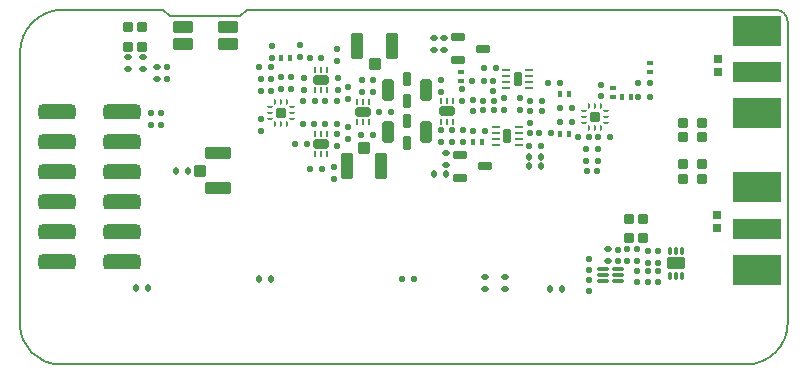
<source format=gtp>
G04*
G04 #@! TF.GenerationSoftware,Altium Limited,CircuitStudio,1.5.2 (30)*
G04*
G04 Layer_Color=16711884*
%FSLAX25Y25*%
%MOIN*%
G70*
G01*
G75*
G04:AMPARAMS|DCode=16|XSize=49.02mil|YSize=24.02mil|CornerRadius=3.6mil|HoleSize=0mil|Usage=FLASHONLY|Rotation=90.000|XOffset=0mil|YOffset=0mil|HoleType=Round|Shape=RoundedRectangle|*
%AMROUNDEDRECTD16*
21,1,0.04902,0.01681,0,0,90.0*
21,1,0.04181,0.02402,0,0,90.0*
1,1,0.00721,0.00841,0.02091*
1,1,0.00721,0.00841,-0.02091*
1,1,0.00721,-0.00841,-0.02091*
1,1,0.00721,-0.00841,0.02091*
%
%ADD16ROUNDEDRECTD16*%
G04:AMPARAMS|DCode=17|XSize=70.87mil|YSize=40.95mil|CornerRadius=6.14mil|HoleSize=0mil|Usage=FLASHONLY|Rotation=90.000|XOffset=0mil|YOffset=0mil|HoleType=Round|Shape=RoundedRectangle|*
%AMROUNDEDRECTD17*
21,1,0.07087,0.02866,0,0,90.0*
21,1,0.05858,0.04095,0,0,90.0*
1,1,0.01228,0.01433,0.02929*
1,1,0.01228,0.01433,-0.02929*
1,1,0.01228,-0.01433,-0.02929*
1,1,0.01228,-0.01433,0.02929*
%
%ADD17ROUNDEDRECTD17*%
G04:AMPARAMS|DCode=19|XSize=64.96mil|YSize=41.34mil|CornerRadius=4.13mil|HoleSize=0mil|Usage=FLASHONLY|Rotation=180.000|XOffset=0mil|YOffset=0mil|HoleType=Round|Shape=RoundedRectangle|*
%AMROUNDEDRECTD19*
21,1,0.06496,0.03307,0,0,180.0*
21,1,0.05669,0.04134,0,0,180.0*
1,1,0.00827,-0.02835,0.01654*
1,1,0.00827,0.02835,0.01654*
1,1,0.00827,0.02835,-0.01654*
1,1,0.00827,-0.02835,-0.01654*
%
%ADD19ROUNDEDRECTD19*%
G04:AMPARAMS|DCode=20|XSize=31.89mil|YSize=36.61mil|CornerRadius=4.78mil|HoleSize=0mil|Usage=FLASHONLY|Rotation=270.000|XOffset=0mil|YOffset=0mil|HoleType=Round|Shape=RoundedRectangle|*
%AMROUNDEDRECTD20*
21,1,0.03189,0.02705,0,0,270.0*
21,1,0.02232,0.03661,0,0,270.0*
1,1,0.00957,-0.01352,-0.01116*
1,1,0.00957,-0.01352,0.01116*
1,1,0.00957,0.01352,0.01116*
1,1,0.00957,0.01352,-0.01116*
%
%ADD20ROUNDEDRECTD20*%
G04:AMPARAMS|DCode=21|XSize=31.89mil|YSize=36.61mil|CornerRadius=4.78mil|HoleSize=0mil|Usage=FLASHONLY|Rotation=180.000|XOffset=0mil|YOffset=0mil|HoleType=Round|Shape=RoundedRectangle|*
%AMROUNDEDRECTD21*
21,1,0.03189,0.02705,0,0,180.0*
21,1,0.02232,0.03661,0,0,180.0*
1,1,0.00957,-0.01116,0.01352*
1,1,0.00957,0.01116,0.01352*
1,1,0.00957,0.01116,-0.01352*
1,1,0.00957,-0.01116,-0.01352*
%
%ADD21ROUNDEDRECTD21*%
G04:AMPARAMS|DCode=22|XSize=27.56mil|YSize=27.56mil|CornerRadius=2.76mil|HoleSize=0mil|Usage=FLASHONLY|Rotation=270.000|XOffset=0mil|YOffset=0mil|HoleType=Round|Shape=RoundedRectangle|*
%AMROUNDEDRECTD22*
21,1,0.02756,0.02205,0,0,270.0*
21,1,0.02205,0.02756,0,0,270.0*
1,1,0.00551,-0.01102,-0.01102*
1,1,0.00551,-0.01102,0.01102*
1,1,0.00551,0.01102,0.01102*
1,1,0.00551,0.01102,-0.01102*
%
%ADD22ROUNDEDRECTD22*%
G04:AMPARAMS|DCode=23|XSize=14.17mil|YSize=23mil|CornerRadius=0.71mil|HoleSize=0mil|Usage=FLASHONLY|Rotation=180.000|XOffset=0mil|YOffset=0mil|HoleType=Round|Shape=RoundedRectangle|*
%AMROUNDEDRECTD23*
21,1,0.01417,0.02158,0,0,180.0*
21,1,0.01276,0.02300,0,0,180.0*
1,1,0.00142,-0.00638,0.01079*
1,1,0.00142,0.00638,0.01079*
1,1,0.00142,0.00638,-0.01079*
1,1,0.00142,-0.00638,-0.01079*
%
%ADD23ROUNDEDRECTD23*%
G04:AMPARAMS|DCode=24|XSize=14.17mil|YSize=23mil|CornerRadius=0.71mil|HoleSize=0mil|Usage=FLASHONLY|Rotation=90.000|XOffset=0mil|YOffset=0mil|HoleType=Round|Shape=RoundedRectangle|*
%AMROUNDEDRECTD24*
21,1,0.01417,0.02158,0,0,90.0*
21,1,0.01276,0.02300,0,0,90.0*
1,1,0.00142,0.01079,0.00638*
1,1,0.00142,0.01079,-0.00638*
1,1,0.00142,-0.01079,-0.00638*
1,1,0.00142,-0.01079,0.00638*
%
%ADD24ROUNDEDRECTD24*%
G04:AMPARAMS|DCode=25|XSize=23.62mil|YSize=17.72mil|CornerRadius=4.43mil|HoleSize=0mil|Usage=FLASHONLY|Rotation=90.000|XOffset=0mil|YOffset=0mil|HoleType=Round|Shape=RoundedRectangle|*
%AMROUNDEDRECTD25*
21,1,0.02362,0.00886,0,0,90.0*
21,1,0.01476,0.01772,0,0,90.0*
1,1,0.00886,0.00443,0.00738*
1,1,0.00886,0.00443,-0.00738*
1,1,0.00886,-0.00443,-0.00738*
1,1,0.00886,-0.00443,0.00738*
%
%ADD25ROUNDEDRECTD25*%
G04:AMPARAMS|DCode=26|XSize=23.62mil|YSize=17.72mil|CornerRadius=4.43mil|HoleSize=0mil|Usage=FLASHONLY|Rotation=0.000|XOffset=0mil|YOffset=0mil|HoleType=Round|Shape=RoundedRectangle|*
%AMROUNDEDRECTD26*
21,1,0.02362,0.00886,0,0,0.0*
21,1,0.01476,0.01772,0,0,0.0*
1,1,0.00886,0.00738,-0.00443*
1,1,0.00886,-0.00738,-0.00443*
1,1,0.00886,-0.00738,0.00443*
1,1,0.00886,0.00738,0.00443*
%
%ADD26ROUNDEDRECTD26*%
G04:AMPARAMS|DCode=27|XSize=47.24mil|YSize=23.62mil|CornerRadius=3.54mil|HoleSize=0mil|Usage=FLASHONLY|Rotation=90.000|XOffset=0mil|YOffset=0mil|HoleType=Round|Shape=RoundedRectangle|*
%AMROUNDEDRECTD27*
21,1,0.04724,0.01654,0,0,90.0*
21,1,0.04016,0.02362,0,0,90.0*
1,1,0.00709,0.00827,0.02008*
1,1,0.00709,0.00827,-0.02008*
1,1,0.00709,-0.00827,-0.02008*
1,1,0.00709,-0.00827,0.02008*
%
%ADD27ROUNDEDRECTD27*%
G04:AMPARAMS|DCode=28|XSize=9.84mil|YSize=29.53mil|CornerRadius=1.48mil|HoleSize=0mil|Usage=FLASHONLY|Rotation=90.000|XOffset=0mil|YOffset=0mil|HoleType=Round|Shape=RoundedRectangle|*
%AMROUNDEDRECTD28*
21,1,0.00984,0.02658,0,0,90.0*
21,1,0.00689,0.02953,0,0,90.0*
1,1,0.00295,0.01329,0.00345*
1,1,0.00295,0.01329,-0.00345*
1,1,0.00295,-0.01329,-0.00345*
1,1,0.00295,-0.01329,0.00345*
%
%ADD28ROUNDEDRECTD28*%
%ADD29R,0.16496X0.10492*%
%ADD30R,0.16496X0.07008*%
G04:AMPARAMS|DCode=31|XSize=48.43mil|YSize=23.62mil|CornerRadius=2.95mil|HoleSize=0mil|Usage=FLASHONLY|Rotation=0.000|XOffset=0mil|YOffset=0mil|HoleType=Round|Shape=RoundedRectangle|*
%AMROUNDEDRECTD31*
21,1,0.04843,0.01772,0,0,0.0*
21,1,0.04252,0.02362,0,0,0.0*
1,1,0.00591,0.02126,-0.00886*
1,1,0.00591,-0.02126,-0.00886*
1,1,0.00591,-0.02126,0.00886*
1,1,0.00591,0.02126,0.00886*
%
%ADD31ROUNDEDRECTD31*%
G04:AMPARAMS|DCode=32|XSize=21.65mil|YSize=17.72mil|CornerRadius=4.43mil|HoleSize=0mil|Usage=FLASHONLY|Rotation=90.000|XOffset=0mil|YOffset=0mil|HoleType=Round|Shape=RoundedRectangle|*
%AMROUNDEDRECTD32*
21,1,0.02165,0.00886,0,0,90.0*
21,1,0.01280,0.01772,0,0,90.0*
1,1,0.00886,0.00443,0.00640*
1,1,0.00886,0.00443,-0.00640*
1,1,0.00886,-0.00443,-0.00640*
1,1,0.00886,-0.00443,0.00640*
%
%ADD32ROUNDEDRECTD32*%
G04:AMPARAMS|DCode=33|XSize=21.65mil|YSize=17.72mil|CornerRadius=4.43mil|HoleSize=0mil|Usage=FLASHONLY|Rotation=180.000|XOffset=0mil|YOffset=0mil|HoleType=Round|Shape=RoundedRectangle|*
%AMROUNDEDRECTD33*
21,1,0.02165,0.00886,0,0,180.0*
21,1,0.01280,0.01772,0,0,180.0*
1,1,0.00886,-0.00640,0.00443*
1,1,0.00886,0.00640,0.00443*
1,1,0.00886,0.00640,-0.00443*
1,1,0.00886,-0.00640,-0.00443*
%
%ADD33ROUNDEDRECTD33*%
G04:AMPARAMS|DCode=34|XSize=125.2mil|YSize=50mil|CornerRadius=12.5mil|HoleSize=0mil|Usage=FLASHONLY|Rotation=180.000|XOffset=0mil|YOffset=0mil|HoleType=Round|Shape=RoundedRectangle|*
%AMROUNDEDRECTD34*
21,1,0.12520,0.02500,0,0,180.0*
21,1,0.10020,0.05000,0,0,180.0*
1,1,0.02500,-0.05010,0.01250*
1,1,0.02500,0.05010,0.01250*
1,1,0.02500,0.05010,-0.01250*
1,1,0.02500,-0.05010,-0.01250*
%
%ADD34ROUNDEDRECTD34*%
G04:AMPARAMS|DCode=35|XSize=21.65mil|YSize=9.84mil|CornerRadius=1.48mil|HoleSize=0mil|Usage=FLASHONLY|Rotation=90.000|XOffset=0mil|YOffset=0mil|HoleType=Round|Shape=RoundedRectangle|*
%AMROUNDEDRECTD35*
21,1,0.02165,0.00689,0,0,90.0*
21,1,0.01870,0.00984,0,0,90.0*
1,1,0.00295,0.00345,0.00935*
1,1,0.00295,0.00345,-0.00935*
1,1,0.00295,-0.00345,-0.00935*
1,1,0.00295,-0.00345,0.00935*
%
%ADD35ROUNDEDRECTD35*%
G04:AMPARAMS|DCode=36|XSize=51.18mil|YSize=31.5mil|CornerRadius=4.72mil|HoleSize=0mil|Usage=FLASHONLY|Rotation=180.000|XOffset=0mil|YOffset=0mil|HoleType=Round|Shape=RoundedRectangle|*
%AMROUNDEDRECTD36*
21,1,0.05118,0.02205,0,0,180.0*
21,1,0.04173,0.03150,0,0,180.0*
1,1,0.00945,-0.02087,0.01102*
1,1,0.00945,0.02087,0.01102*
1,1,0.00945,0.02087,-0.01102*
1,1,0.00945,-0.02087,-0.01102*
%
%ADD36ROUNDEDRECTD36*%
G04:AMPARAMS|DCode=37|XSize=39.37mil|YSize=41.34mil|CornerRadius=3.94mil|HoleSize=0mil|Usage=FLASHONLY|Rotation=270.000|XOffset=0mil|YOffset=0mil|HoleType=Round|Shape=RoundedRectangle|*
%AMROUNDEDRECTD37*
21,1,0.03937,0.03347,0,0,270.0*
21,1,0.03150,0.04134,0,0,270.0*
1,1,0.00787,-0.01673,-0.01575*
1,1,0.00787,-0.01673,0.01575*
1,1,0.00787,0.01673,0.01575*
1,1,0.00787,0.01673,-0.01575*
%
%ADD37ROUNDEDRECTD37*%
G04:AMPARAMS|DCode=38|XSize=41.34mil|YSize=86.61mil|CornerRadius=4.13mil|HoleSize=0mil|Usage=FLASHONLY|Rotation=270.000|XOffset=0mil|YOffset=0mil|HoleType=Round|Shape=RoundedRectangle|*
%AMROUNDEDRECTD38*
21,1,0.04134,0.07835,0,0,270.0*
21,1,0.03307,0.08661,0,0,270.0*
1,1,0.00827,-0.03917,-0.01654*
1,1,0.00827,-0.03917,0.01654*
1,1,0.00827,0.03917,0.01654*
1,1,0.00827,0.03917,-0.01654*
%
%ADD38ROUNDEDRECTD38*%
G04:AMPARAMS|DCode=39|XSize=39.37mil|YSize=41.34mil|CornerRadius=3.94mil|HoleSize=0mil|Usage=FLASHONLY|Rotation=180.000|XOffset=0mil|YOffset=0mil|HoleType=Round|Shape=RoundedRectangle|*
%AMROUNDEDRECTD39*
21,1,0.03937,0.03347,0,0,180.0*
21,1,0.03150,0.04134,0,0,180.0*
1,1,0.00787,-0.01575,0.01673*
1,1,0.00787,0.01575,0.01673*
1,1,0.00787,0.01575,-0.01673*
1,1,0.00787,-0.01575,-0.01673*
%
%ADD39ROUNDEDRECTD39*%
G04:AMPARAMS|DCode=40|XSize=41.34mil|YSize=86.61mil|CornerRadius=4.13mil|HoleSize=0mil|Usage=FLASHONLY|Rotation=180.000|XOffset=0mil|YOffset=0mil|HoleType=Round|Shape=RoundedRectangle|*
%AMROUNDEDRECTD40*
21,1,0.04134,0.07835,0,0,180.0*
21,1,0.03307,0.08661,0,0,180.0*
1,1,0.00827,-0.01654,0.03917*
1,1,0.00827,0.01654,0.03917*
1,1,0.00827,0.01654,-0.03917*
1,1,0.00827,-0.01654,-0.03917*
%
%ADD40ROUNDEDRECTD40*%
G04:AMPARAMS|DCode=41|XSize=18.11mil|YSize=7.87mil|CornerRadius=3.15mil|HoleSize=0mil|Usage=FLASHONLY|Rotation=180.000|XOffset=0mil|YOffset=0mil|HoleType=Round|Shape=RoundedRectangle|*
%AMROUNDEDRECTD41*
21,1,0.01811,0.00158,0,0,180.0*
21,1,0.01181,0.00787,0,0,180.0*
1,1,0.00630,-0.00591,0.00079*
1,1,0.00630,0.00591,0.00079*
1,1,0.00630,0.00591,-0.00079*
1,1,0.00630,-0.00591,-0.00079*
%
%ADD41ROUNDEDRECTD41*%
G04:AMPARAMS|DCode=42|XSize=18.11mil|YSize=7.87mil|CornerRadius=3.15mil|HoleSize=0mil|Usage=FLASHONLY|Rotation=270.000|XOffset=0mil|YOffset=0mil|HoleType=Round|Shape=RoundedRectangle|*
%AMROUNDEDRECTD42*
21,1,0.01811,0.00158,0,0,270.0*
21,1,0.01181,0.00787,0,0,270.0*
1,1,0.00630,-0.00079,-0.00591*
1,1,0.00630,-0.00079,0.00591*
1,1,0.00630,0.00079,0.00591*
1,1,0.00630,0.00079,-0.00591*
%
%ADD42ROUNDEDRECTD42*%
G04:AMPARAMS|DCode=43|XSize=31.5mil|YSize=31.5mil|CornerRadius=3.15mil|HoleSize=0mil|Usage=FLASHONLY|Rotation=270.000|XOffset=0mil|YOffset=0mil|HoleType=Round|Shape=RoundedRectangle|*
%AMROUNDEDRECTD43*
21,1,0.03150,0.02520,0,0,270.0*
21,1,0.02520,0.03150,0,0,270.0*
1,1,0.00630,-0.01260,-0.01260*
1,1,0.00630,-0.01260,0.01260*
1,1,0.00630,0.01260,0.01260*
1,1,0.00630,0.01260,-0.01260*
%
%ADD43ROUNDEDRECTD43*%
G04:AMPARAMS|DCode=44|XSize=25.59mil|YSize=11.81mil|CornerRadius=2.95mil|HoleSize=0mil|Usage=FLASHONLY|Rotation=270.000|XOffset=0mil|YOffset=0mil|HoleType=Round|Shape=RoundedRectangle|*
%AMROUNDEDRECTD44*
21,1,0.02559,0.00591,0,0,270.0*
21,1,0.01969,0.01181,0,0,270.0*
1,1,0.00591,-0.00295,-0.00984*
1,1,0.00591,-0.00295,0.00984*
1,1,0.00591,0.00295,0.00984*
1,1,0.00591,0.00295,-0.00984*
%
%ADD44ROUNDEDRECTD44*%
G04:AMPARAMS|DCode=45|XSize=61.02mil|YSize=40.16mil|CornerRadius=4.02mil|HoleSize=0mil|Usage=FLASHONLY|Rotation=0.000|XOffset=0mil|YOffset=0mil|HoleType=Round|Shape=RoundedRectangle|*
%AMROUNDEDRECTD45*
21,1,0.06102,0.03213,0,0,0.0*
21,1,0.05299,0.04016,0,0,0.0*
1,1,0.00803,0.02649,-0.01606*
1,1,0.00803,-0.02649,-0.01606*
1,1,0.00803,-0.02649,0.01606*
1,1,0.00803,0.02649,0.01606*
%
%ADD45ROUNDEDRECTD45*%
G04:AMPARAMS|DCode=46|XSize=37.01mil|YSize=10.63mil|CornerRadius=1.33mil|HoleSize=0mil|Usage=FLASHONLY|Rotation=180.000|XOffset=0mil|YOffset=0mil|HoleType=Round|Shape=RoundedRectangle|*
%AMROUNDEDRECTD46*
21,1,0.03701,0.00797,0,0,180.0*
21,1,0.03435,0.01063,0,0,180.0*
1,1,0.00266,-0.01718,0.00399*
1,1,0.00266,0.01718,0.00399*
1,1,0.00266,0.01718,-0.00399*
1,1,0.00266,-0.01718,-0.00399*
%
%ADD46ROUNDEDRECTD46*%
%ADD53C,0.00500*%
G04:AMPARAMS|DCode=100|XSize=21.62mil|YSize=17.69mil|CornerRadius=3.92mil|HoleSize=0mil|Usage=FLASHONLY|Rotation=180.000|XOffset=0mil|YOffset=0mil|HoleType=Round|Shape=RoundedRectangle|*
%AMROUNDEDRECTD100*
21,1,0.02162,0.00984,0,0,180.0*
21,1,0.01378,0.01769,0,0,180.0*
1,1,0.00784,-0.00689,0.00492*
1,1,0.00784,0.00689,0.00492*
1,1,0.00784,0.00689,-0.00492*
1,1,0.00784,-0.00689,-0.00492*
%
%ADD100ROUNDEDRECTD100*%
G04:AMPARAMS|DCode=101|XSize=21.62mil|YSize=17.69mil|CornerRadius=3.92mil|HoleSize=0mil|Usage=FLASHONLY|Rotation=270.000|XOffset=0mil|YOffset=0mil|HoleType=Round|Shape=RoundedRectangle|*
%AMROUNDEDRECTD101*
21,1,0.02162,0.00984,0,0,270.0*
21,1,0.01378,0.01769,0,0,270.0*
1,1,0.00784,-0.00492,-0.00689*
1,1,0.00784,-0.00492,0.00689*
1,1,0.00784,0.00492,0.00689*
1,1,0.00784,0.00492,-0.00689*
%
%ADD101ROUNDEDRECTD101*%
D16*
X1163576Y787329D02*
D03*
Y794633D02*
D03*
Y773329D02*
D03*
Y780633D02*
D03*
D17*
X1169973Y790981D02*
D03*
X1157178D02*
D03*
X1169973Y776981D02*
D03*
X1157178D02*
D03*
D19*
X1103954Y806327D02*
D03*
Y812035D02*
D03*
X1088797Y806327D02*
D03*
Y812035D02*
D03*
D20*
X1242376Y748070D02*
D03*
Y741692D02*
D03*
X1237476Y748070D02*
D03*
Y741692D02*
D03*
X1070636Y811800D02*
D03*
Y805422D02*
D03*
X1075456Y811820D02*
D03*
Y805442D02*
D03*
D21*
X1262065Y766181D02*
D03*
X1255687D02*
D03*
X1262065Y761381D02*
D03*
X1255687D02*
D03*
X1262065Y775181D02*
D03*
X1255687D02*
D03*
X1262065Y779881D02*
D03*
X1255687D02*
D03*
D22*
X1266887Y749127D02*
D03*
Y744797D02*
D03*
X1267433Y801128D02*
D03*
Y796797D02*
D03*
D23*
X1121716Y801681D02*
D03*
X1124716D02*
D03*
X1217583Y789713D02*
D03*
X1214583D02*
D03*
X1188776Y773581D02*
D03*
X1185776D02*
D03*
X1217576Y776181D02*
D03*
X1214576D02*
D03*
X1235276Y788681D02*
D03*
X1238276D02*
D03*
D24*
X1232276Y791681D02*
D03*
Y788681D02*
D03*
X1244576Y799781D02*
D03*
Y796781D02*
D03*
X1181776D02*
D03*
Y793781D02*
D03*
D25*
X1176676Y762981D02*
D03*
X1172676D02*
D03*
X1215276Y724481D02*
D03*
X1211276D02*
D03*
X1208276Y765581D02*
D03*
X1204276D02*
D03*
X1204366Y768759D02*
D03*
X1208366D02*
D03*
X1086476Y763931D02*
D03*
X1090476D02*
D03*
X1073176Y724881D02*
D03*
X1077176D02*
D03*
X1114176Y727781D02*
D03*
X1118176D02*
D03*
D26*
X1175976Y804381D02*
D03*
Y808381D02*
D03*
X1176676Y765781D02*
D03*
Y769781D02*
D03*
X1070676Y802081D02*
D03*
Y798081D02*
D03*
X1075476Y802081D02*
D03*
Y798081D02*
D03*
X1080176Y798681D02*
D03*
Y794681D02*
D03*
X1172776Y804381D02*
D03*
Y808381D02*
D03*
X1196376Y728481D02*
D03*
Y724481D02*
D03*
X1189776Y728481D02*
D03*
Y724481D02*
D03*
X1230676Y737781D02*
D03*
Y733781D02*
D03*
D27*
X1197028Y775638D02*
D03*
X1200532Y794535D02*
D03*
D28*
X1200906Y772685D02*
D03*
Y774654D02*
D03*
Y776622D02*
D03*
Y778591D02*
D03*
X1193150Y772685D02*
D03*
Y774654D02*
D03*
Y776622D02*
D03*
Y778591D02*
D03*
X1196654Y797488D02*
D03*
Y795520D02*
D03*
Y793551D02*
D03*
Y791583D02*
D03*
X1204410Y797488D02*
D03*
Y795520D02*
D03*
Y793551D02*
D03*
Y791583D02*
D03*
D29*
X1280174Y783114D02*
D03*
Y810614D02*
D03*
Y730948D02*
D03*
Y758448D02*
D03*
D30*
Y796864D02*
D03*
Y744698D02*
D03*
D31*
X1180725Y808478D02*
D03*
X1189072Y804738D02*
D03*
X1180725Y800998D02*
D03*
X1181402Y769221D02*
D03*
X1189749Y765481D02*
D03*
X1181402Y761741D02*
D03*
D32*
X1226849Y763781D02*
D03*
X1223503D02*
D03*
X1237102Y737781D02*
D03*
X1240448D02*
D03*
X1237102Y733781D02*
D03*
X1240448D02*
D03*
D33*
X1192375Y793855D02*
D03*
Y790508D02*
D03*
X1204567Y776622D02*
D03*
Y779968D02*
D03*
D34*
X1046985Y783478D02*
D03*
Y773478D02*
D03*
Y763478D02*
D03*
Y753478D02*
D03*
Y743478D02*
D03*
Y733478D02*
D03*
X1068481Y783478D02*
D03*
Y773478D02*
D03*
Y763478D02*
D03*
Y753478D02*
D03*
Y743478D02*
D03*
Y733478D02*
D03*
D35*
X1174907Y780435D02*
D03*
X1176876D02*
D03*
X1178844D02*
D03*
Y787127D02*
D03*
X1176876D02*
D03*
X1174907D02*
D03*
X1147027Y780325D02*
D03*
X1148996D02*
D03*
X1150964D02*
D03*
Y787018D02*
D03*
X1148996D02*
D03*
X1147027D02*
D03*
X1137047Y776327D02*
D03*
X1135079D02*
D03*
X1133110D02*
D03*
Y769634D02*
D03*
X1135079D02*
D03*
X1137047D02*
D03*
X1133110Y790894D02*
D03*
X1135079D02*
D03*
X1137047D02*
D03*
Y797587D02*
D03*
X1135079D02*
D03*
X1133110D02*
D03*
D36*
X1176876Y783781D02*
D03*
X1148996Y783671D02*
D03*
X1135079Y772980D02*
D03*
Y794240D02*
D03*
D37*
X1094472Y763981D02*
D03*
D38*
X1100476Y769788D02*
D03*
Y758174D02*
D03*
D39*
X1149276Y771585D02*
D03*
X1152846Y799577D02*
D03*
D40*
X1155083Y765581D02*
D03*
X1143468D02*
D03*
X1147038Y805581D02*
D03*
X1158653D02*
D03*
D41*
X1125354Y781248D02*
D03*
Y783217D02*
D03*
Y785185D02*
D03*
X1118032D02*
D03*
Y783217D02*
D03*
Y781248D02*
D03*
X1222756Y784004D02*
D03*
Y782035D02*
D03*
Y780067D02*
D03*
X1230079D02*
D03*
Y782035D02*
D03*
Y784004D02*
D03*
D42*
X1123662Y786878D02*
D03*
X1121693D02*
D03*
X1119724D02*
D03*
Y779555D02*
D03*
X1121693D02*
D03*
X1123662D02*
D03*
X1224449Y778374D02*
D03*
X1226417D02*
D03*
X1228386D02*
D03*
Y785697D02*
D03*
X1226417D02*
D03*
X1224449D02*
D03*
D43*
X1121693Y783217D02*
D03*
X1226417Y782035D02*
D03*
D44*
X1255270Y737290D02*
D03*
X1253301D02*
D03*
X1251332D02*
D03*
Y729022D02*
D03*
X1253301D02*
D03*
X1255270D02*
D03*
D45*
X1253301Y733156D02*
D03*
D46*
X1233856Y727413D02*
D03*
Y729381D02*
D03*
Y731350D02*
D03*
X1228895D02*
D03*
Y729381D02*
D03*
Y727413D02*
D03*
D53*
X1290528Y813564D02*
G03*
X1286362Y817730I-4166J0D01*
G01*
X1048995D02*
G03*
X1034623Y803358I0J-14372D01*
G01*
X1034623Y712769D02*
G03*
X1047891Y699502I13268J0D01*
G01*
X1276749Y699502D02*
G03*
X1290528Y713281I0J13780D01*
G01*
X1107961Y815466D02*
X1110224Y817730D01*
X1048995D02*
X1082327D01*
X1084591Y815466D01*
X1290528Y767631D02*
Y813564D01*
X1110224Y817730D02*
X1286362D01*
X1290528Y713281D02*
Y718006D01*
X1034623Y796470D02*
Y803358D01*
X1084591Y815466D02*
X1107961D01*
X1290528Y718006D02*
Y767631D01*
X1034623Y712769D02*
X1034623Y796470D01*
X1047891Y699502D02*
X1276749Y699502D01*
D100*
X1178576Y773513D02*
D03*
Y777450D02*
D03*
X1148576Y794150D02*
D03*
Y790213D02*
D03*
X1185576Y783813D02*
D03*
Y787750D02*
D03*
X1118606Y805650D02*
D03*
Y801713D02*
D03*
X1127856Y805830D02*
D03*
Y801893D02*
D03*
X1140566Y790923D02*
D03*
Y794860D02*
D03*
X1195922Y788202D02*
D03*
Y784265D02*
D03*
X1201172Y788271D02*
D03*
Y784334D02*
D03*
X1228176Y792750D02*
D03*
Y788813D02*
D03*
X1182376Y773513D02*
D03*
Y777450D02*
D03*
X1182076Y787213D02*
D03*
Y791150D02*
D03*
X1143876Y788013D02*
D03*
Y791950D02*
D03*
Y778650D02*
D03*
Y774713D02*
D03*
X1139296Y761343D02*
D03*
Y765280D02*
D03*
X1129376Y791113D02*
D03*
Y795050D02*
D03*
X1140276Y804650D02*
D03*
Y800713D02*
D03*
X1083476Y794613D02*
D03*
Y798550D02*
D03*
X1224376Y723813D02*
D03*
Y727750D02*
D03*
X1233876Y737750D02*
D03*
Y733813D02*
D03*
X1240401Y730724D02*
D03*
Y726787D02*
D03*
X1224276Y734750D02*
D03*
Y730813D02*
D03*
X1140376Y776150D02*
D03*
Y772213D02*
D03*
X1114976Y794550D02*
D03*
Y790613D02*
D03*
X1124876Y791413D02*
D03*
Y795350D02*
D03*
X1121676Y791413D02*
D03*
Y795350D02*
D03*
X1115000Y781248D02*
D03*
Y777311D02*
D03*
X1078176Y783250D02*
D03*
Y779313D02*
D03*
X1247201Y726787D02*
D03*
Y730724D02*
D03*
X1243801Y733387D02*
D03*
Y737324D02*
D03*
Y726787D02*
D03*
Y730724D02*
D03*
X1247201Y737324D02*
D03*
Y733387D02*
D03*
X1118376Y794550D02*
D03*
Y790613D02*
D03*
X1081576Y783250D02*
D03*
Y779313D02*
D03*
X1174876Y773513D02*
D03*
Y777450D02*
D03*
Y794150D02*
D03*
Y790213D02*
D03*
X1152176Y794150D02*
D03*
Y790213D02*
D03*
D101*
X1152244Y775781D02*
D03*
X1148307D02*
D03*
X1135292Y764580D02*
D03*
X1131355D02*
D03*
X1118154Y798691D02*
D03*
X1114217D02*
D03*
X1135079Y801721D02*
D03*
X1131142D02*
D03*
X1188807Y784181D02*
D03*
X1192744D02*
D03*
X1189229Y798439D02*
D03*
X1193166D02*
D03*
X1240707Y793181D02*
D03*
X1244644D02*
D03*
X1218644Y784981D02*
D03*
X1214707D02*
D03*
X1214508Y793354D02*
D03*
X1210571D02*
D03*
X1214707Y780181D02*
D03*
X1218644D02*
D03*
X1204583Y783872D02*
D03*
X1208521D02*
D03*
X1189544Y777181D02*
D03*
X1185607D02*
D03*
X1208344Y772281D02*
D03*
X1204407D02*
D03*
X1185307Y793781D02*
D03*
X1189244D02*
D03*
X1208544Y787181D02*
D03*
X1204607D02*
D03*
X1188807Y787381D02*
D03*
X1192744D02*
D03*
X1207717Y776524D02*
D03*
X1211654D02*
D03*
X1128907Y787281D02*
D03*
X1132844D02*
D03*
X1126237Y772848D02*
D03*
X1130174D02*
D03*
X1223207Y767281D02*
D03*
X1227144D02*
D03*
X1224444Y775181D02*
D03*
X1220507D02*
D03*
X1227205D02*
D03*
X1231142D02*
D03*
X1240707Y788681D02*
D03*
X1244644D02*
D03*
X1140144Y779681D02*
D03*
X1136207D02*
D03*
X1140244Y787281D02*
D03*
X1136307D02*
D03*
X1128807Y779681D02*
D03*
X1132744D02*
D03*
X1165844Y727781D02*
D03*
X1161907D02*
D03*
X1223207Y771281D02*
D03*
X1227144D02*
D03*
X1158344Y783581D02*
D03*
X1154407D02*
D03*
M02*

</source>
